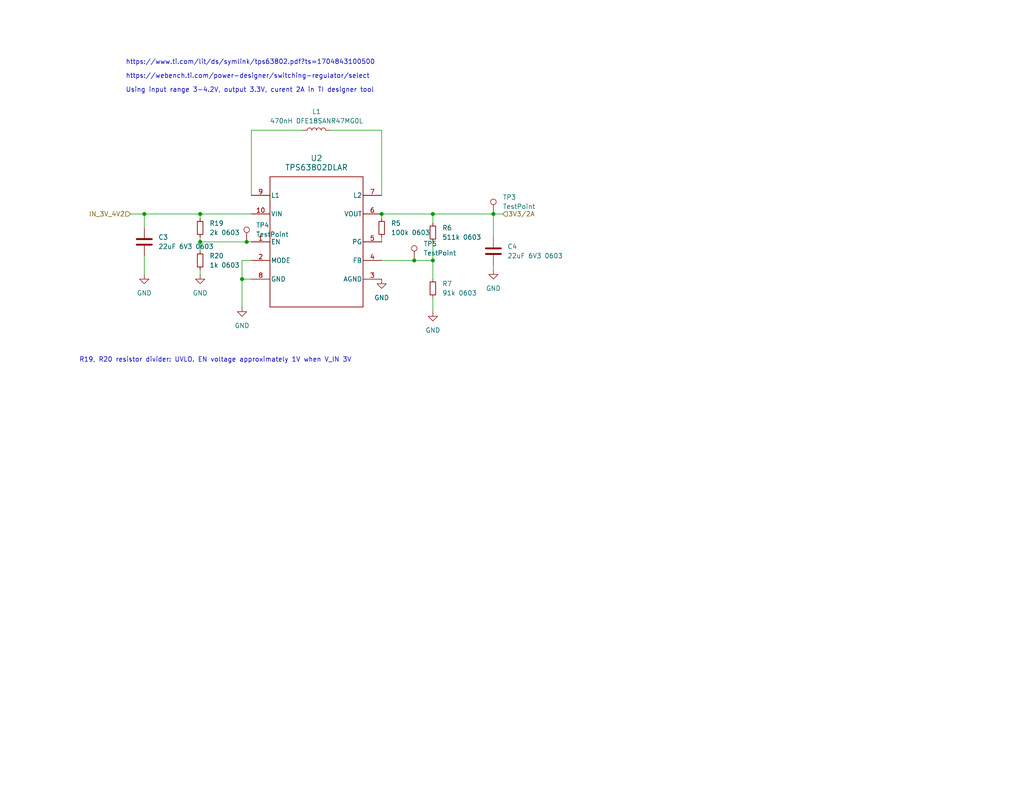
<source format=kicad_sch>
(kicad_sch (version 20230121) (generator eeschema)
  (paper "USLetter")
  (title_block (title "Buck-Boost Converter") (date "2024-01-12") (comment 1 "Jacqueline Wang"))
  (lib_symbols
    (symbol "Connector:TestPoint" (pin_numbers hide) (pin_names (offset 0.762) hide)
      (property "Reference" "TP" (at 0 6.858 0))
      (property "Value" "TestPoint" (at 0 5.08 0))
      (symbol "TestPoint_0_1"
        (circle (center 0 3.302) (radius 0.762))
      )
      (symbol "TestPoint_1_1"
        (pin passive line (at 0 0 90) (length 2.54) (name "1") (number "1"))
      )
    )
    (symbol "Device:C" (pin_numbers hide) (pin_names (offset 0.254))
      (property "Reference" "C" (at 0.635 2.54 0))
      (property "Value" "C" (at 0.635 -2.54 0))
      (symbol "C_0_1"
        (polyline (pts (xy -2.032 -0.762) (xy 2.032 -0.762)) (stroke (width 0.508)))
        (polyline (pts (xy -2.032 0.762) (xy 2.032 0.762)) (stroke (width 0.508)))
      )
      (symbol "C_1_1"
        (pin passive line (at 0 3.81 270) (length 2.794) (name "~") (number "1"))
        (pin passive line (at 0 -3.81 90) (length 2.794) (name "~") (number "2"))
      )
    )
    (symbol "Device:L" (pin_numbers hide) (pin_names (offset 1.016) hide)
      (property "Reference" "L" (at -1.27 0 90))
      (property "Value" "L" (at 1.905 0 90))
      (symbol "L_0_1"
        (arc (start 0 -2.54) (mid 0.6323 -1.905) (end 0 -1.27))
        (arc (start 0 -1.27) (mid 0.6323 -0.635) (end 0 0))
        (arc (start 0 0) (mid 0.6323 0.635) (end 0 1.27))
        (arc (start 0 1.27) (mid 0.6323 1.905) (end 0 2.54))
      )
      (symbol "L_1_1"
        (pin passive line (at 0 3.81 270) (length 1.27) (name "1") (number "1"))
        (pin passive line (at 0 -3.81 90) (length 1.27) (name "2") (number "2"))
      )
    )
    (symbol "Device:R_Small" (pin_numbers hide) (pin_names (offset 0.254) hide)
      (property "Reference" "R" (at 0.762 0.508 0))
      (property "Value" "R_Small" (at 0.762 -1.016 0))
      (symbol "R_Small_0_1"
        (rectangle (start -0.762 1.778) (end 0.762 -1.778) (stroke (width 0.2032)))
      )
      (symbol "R_Small_1_1"
        (pin passive line (at 0 2.54 270) (length 0.762) (name "~") (number "1"))
        (pin passive line (at 0 -2.54 90) (length 0.762) (name "~") (number "2"))
      )
    )
    (symbol "Symbol Library:TPS63802DLAR" (pin_names (offset 0.254))
      (property "Reference" "U" (at 0 2.54 0))
      (property "Value" "TPS63802DLAR" (at 0 0 0))
      (symbol "TPS63802DLAR_0_1"
        (polyline (pts (xy -12.7 -17.78) (xy 12.7 -17.78)) (stroke (width 0.2032)))
        (polyline (pts (xy -12.7 17.78) (xy -12.7 -17.78)) (stroke (width 0.2032)))
        (polyline (pts (xy 12.7 -17.78) (xy 12.7 17.78)) (stroke (width 0.2032)))
        (polyline (pts (xy 12.7 17.78) (xy -12.7 17.78)) (stroke (width 0.2032)))
        (pin input line (at -17.78 0 0) (length 5.08) (name "EN") (number "1"))
        (pin power_in line (at -17.78 7.62 0) (length 5.08) (name "VIN") (number "10"))
        (pin input line (at -17.78 -5.08 0) (length 5.08) (name "MODE") (number "2"))
        (pin power_in line (at 17.78 -10.16 180) (length 5.08) (name "AGND") (number "3"))
        (pin input line (at 17.78 -5.08 180) (length 5.08) (name "FB") (number "4"))
        (pin open_collector line (at 17.78 0 180) (length 5.08) (name "PG") (number "5"))
        (pin power_in line (at 17.78 7.62 180) (length 5.08) (name "VOUT") (number "6"))
        (pin unspecified line (at 17.78 12.7 180) (length 5.08) (name "L2") (number "7"))
        (pin power_in line (at -17.78 -10.16 0) (length 5.08) (name "GND") (number "8"))
        (pin unspecified line (at -17.78 12.7 0) (length 5.08) (name "L1") (number "9"))
      )
    )
    (symbol "power:GND" (power) (pin_names (offset 0))
      (property "Value" "GND" (at 0 -3.81 0))
      (symbol "GND_0_1"
        (polyline (pts (xy 0 0) (xy 0 -1.27) (xy 1.27 -1.27) (xy 0 -2.54) (xy -1.27 -1.27) (xy 0 -1.27)))
      )
      (symbol "GND_1_1"
        (pin power_in line (at 0 0 270) (length 0) hide (name "GND") (number "1"))
      )
    )
  )
  (junction (at 54.61 58.42))
  (junction (at 54.61 66.04))
  (junction (at 113.03 71.12))
  (junction (at 66.04 76.2))
  (junction (at 118.11 71.12))
  (junction (at 104.14 58.42))
  (junction (at 134.62 58.42))
  (junction (at 118.11 58.42))
  (junction (at 39.37 58.42))
  (junction (at 67.31 66.04))
  (wire (pts (xy 134.62 58.42) (xy 118.11 58.42)))
  (wire (pts (xy 54.61 66.04) (xy 54.61 68.58)))
  (wire (pts (xy 39.37 74.93) (xy 39.37 69.85)))
  (wire (pts (xy 118.11 85.09) (xy 118.11 81.28)))
  (wire (pts (xy 118.11 58.42) (xy 118.11 60.96)))
  (wire (pts (xy 39.37 58.42) (xy 39.37 62.23)))
  (wire (pts (xy 68.58 35.56) (xy 68.58 53.34)))
  (wire (pts (xy 39.37 58.42) (xy 54.61 58.42)))
  (wire (pts (xy 67.31 66.04) (xy 68.58 66.04)))
  (wire (pts (xy 104.14 64.77) (xy 104.14 66.04)))
  (wire (pts (xy 137.16 58.42) (xy 134.62 58.42)))
  (wire (pts (xy 118.11 58.42) (xy 104.14 58.42)))
  (wire (pts (xy 54.61 66.04) (xy 67.31 66.04)))
  (wire (pts (xy 54.61 59.69) (xy 54.61 58.42)))
  (wire (pts (xy 54.61 74.93) (xy 54.61 73.66)))
  (wire (pts (xy 134.62 73.66) (xy 134.62 72.39)))
  (wire (pts (xy 118.11 66.04) (xy 118.11 71.12)))
  (wire (pts (xy 134.62 58.42) (xy 134.62 64.77)))
  (wire (pts (xy 66.04 71.12) (xy 66.04 76.2)))
  (wire (pts (xy 66.04 76.2) (xy 68.58 76.2)))
  (wire (pts (xy 54.61 58.42) (xy 68.58 58.42)))
  (wire (pts (xy 54.61 64.77) (xy 54.61 66.04)))
  (wire (pts (xy 35.56 58.42) (xy 39.37 58.42)))
  (wire (pts (xy 82.55 35.56) (xy 68.58 35.56)))
  (wire (pts (xy 118.11 71.12) (xy 113.03 71.12)))
  (wire (pts (xy 66.04 83.82) (xy 66.04 76.2)))
  (wire (pts (xy 113.03 71.12) (xy 104.14 71.12)))
  (wire (pts (xy 104.14 35.56) (xy 104.14 53.34)))
  (wire (pts (xy 118.11 71.12) (xy 118.11 76.2)))
  (wire (pts (xy 90.17 35.56) (xy 104.14 35.56)))
  (wire (pts (xy 68.58 71.12) (xy 66.04 71.12)))
  (wire (pts (xy 104.14 59.69) (xy 104.14 58.42)))
  (text "https://webench.ti.com/power-designer/switching-regulator/select" (at 34.29 21.59 0) (effects (font (size 1.27 1.27)) (justify left bottom)))
  (text "https://www.ti.com/lit/ds/symlink/tps63802.pdf?ts=1704843100500" (at 34.29 17.78 0) (effects (font (size 1.27 1.27)) (justify left bottom)))
  (text "R19, R20 resistor divider: UVLO. EN voltage approximately 1V when V_IN 3V" (at 21.59 99.06 0) (effects (font (size 1.27 1.27)) (justify left bottom)))
  (text "Using input range 3-4.2V, output 3.3V, curent 2A in TI designer tool" (at 34.29 25.4 0) (effects (font (size 1.27 1.27)) (justify left bottom)))
  (hierarchical_label "IN_3V_4V2" (shape input) (at 35.56 58.42 180))
  (hierarchical_label "3V3{slash}2A" (shape input) (at 137.16 58.42 0))
  (symbol (lib_id "power:GND") (at 118.11 85.09 0) (unit 1)
    (property "Reference" "#PWR012" (effects hide))
    (property "Value" "GND" (at 118.11 90.17 0))
  )
  (symbol (lib_id "Symbol Library:TPS63802DLAR") (at 86.36 66.04 0) (unit 1)
    (property "Reference" "U2" (at 86.36 43.18 0) (effects (font (size 1.524 1.524))))
    (property "Value" "TPS63802DLAR" (at 86.36 45.72 0) (effects (font (size 1.524 1.524))))
    (property "Footprint" "Project Library:TPS63802" (effects hide))
    (property "Datasheet" "https://www.ti.com/lit/ds/symlink/tps63802.pdf?ts=1704843100500" (effects hide))
    (property "Digikey PN" "296-TPS63802DLARCT-ND" (effects hide))
    (property "MPN" "TPS63802DLAR" (effects hide))
  )
  (symbol (lib_id "power:GND") (at 39.37 74.93 0) (unit 1)
    (property "Reference" "#PWR011" (effects hide))
    (property "Value" "GND" (at 39.37 80.01 0))
  )
  (symbol (lib_id "Device:C") (at 134.62 68.58 0) (unit 1)
    (property "Reference" "C4" (at 138.43 67.31 0) (effects (justify left)))
    (property "Value" "22uF 6V3 0603" (at 138.43 69.85 0) (effects (justify left)))
    (property "Footprint" "Capacitor_SMD:C_0603_1608Metric_Pad1.08x0.95mm_HandSolder" (effects hide))
    (property "Datasheet" "https://search.murata.co.jp/Ceramy/image/img/A01X/G101/ENG/GRM188R60J226MEA0-01.pdf" (effects hide))
    (property "Digikey PN" "490-7612-2-ND" (effects hide))
    (property "MPN" "GRM188R60J226MEA0" (effects hide))
  )
  (symbol (lib_id "Device:R_Small") (at 104.14 62.23 0) (unit 1)
    (property "Reference" "R5" (at 106.68 60.96 0) (effects (justify left)))
    (property "Value" "100k 0603" (at 106.68 63.5 0) (effects (justify left)))
    (property "Footprint" "Resistor_SMD:R_0603_1608Metric_Pad0.98x0.95mm_HandSolder" (effects hide))
    (property "Datasheet" "https://www.vishay.com/docs/20035/dcrcwe3.pdf" (effects hide))
    (property "Digikey PN" "541-100KHCT-ND" (effects hide))
    (property "MPN" "CRCW0603100KFKEA" (effects hide))
  )
  (symbol (lib_id "Device:R_Small") (at 54.61 71.12 0) (unit 1)
    (property "Reference" "R20" (at 57.15 69.85 0) (effects (justify left)))
    (property "Value" "1k 0603" (at 57.15 72.39 0) (effects (justify left)))
    (property "Footprint" "Resistor_SMD:R_0603_1608Metric_Pad0.98x0.95mm_HandSolder" (effects hide))
    (property "Datasheet" "https://www.vishay.com/docs/20035/dcrcwe3.pdf" (effects hide))
    (property "Digikey PN" "541-1.00KHCT-ND" (effects hide))
    (property "MPN" "CRCW06031K00FKEA" (effects hide))
  )
  (symbol (lib_id "power:GND") (at 66.04 83.82 0) (unit 1)
    (property "Reference" "#PWR010" (effects hide))
    (property "Value" "GND" (at 66.04 88.9 0))
  )
  (symbol (lib_id "Device:C") (at 39.37 66.04 0) (unit 1)
    (property "Reference" "C3" (at 43.18 64.77 0) (effects (justify left)))
    (property "Value" "22uF 6V3 0603" (at 43.18 67.31 0) (effects (justify left)))
    (property "Footprint" "Capacitor_SMD:C_0603_1608Metric_Pad1.08x0.95mm_HandSolder" (effects hide))
    (property "Datasheet" "https://search.murata.co.jp/Ceramy/image/img/A01X/G101/ENG/GRM188R60J226MEA0-01.pdf" (effects hide))
    (property "Digikey PN" "490-7612-2-ND" (effects hide))
    (property "MPN" "GRM188R60J226MEA0" (effects hide))
  )
  (symbol (lib_id "Connector:TestPoint") (at 67.31 66.04 0) (unit 1)
    (property "Reference" "TP4" (at 69.85 61.468 0) (effects (justify left)))
    (property "Value" "TestPoint" (at 69.85 64.008 0) (effects (justify left)))
    (property "Footprint" "TestPoint:TestPoint_Keystone_5015_Micro-Minature" (effects hide))
    (property "Datasheet" "https://www.koaspeer.com/pdfs/RC.pdf" (effects hide))
    (property "Digikey PN" "2019-RCWCTECT-ND" (effects hide))
    (property "MPN" "RCWCTE" (effects hide))
  )
  (symbol (lib_id "Connector:TestPoint") (at 134.62 58.42 0) (unit 1)
    (property "Reference" "TP3" (at 137.16 53.848 0) (effects (justify left)))
    (property "Value" "TestPoint" (at 137.16 56.388 0) (effects (justify left)))
    (property "Footprint" "TestPoint:TestPoint_Keystone_5015_Micro-Minature" (effects hide))
    (property "Datasheet" "https://www.koaspeer.com/pdfs/RC.pdf" (effects hide))
    (property "Digikey PN" "2019-RCWCTECT-ND" (effects hide))
    (property "MPN" "RCWCTE" (effects hide))
  )
  (symbol (lib_id "Device:R_Small") (at 118.11 78.74 0) (unit 1)
    (property "Reference" "R7" (at 120.65 77.47 0) (effects (justify left)))
    (property "Value" "91k 0603" (at 120.65 80.01 0) (effects (justify left)))
    (property "Footprint" "Resistor_SMD:R_0603_1608Metric_Pad0.98x0.95mm_HandSolder" (effects hide))
    (property "Datasheet" "https://www.vishay.com/docs/28773/crcwce3.pdf" (effects hide))
    (property "Digikey PN" "541-5595-1-ND" (effects hide))
    (property "MPN" "CRCW060391K0FKEAC" (effects hide))
  )
  (symbol (lib_id "Device:L") (at 86.36 35.56 90) (unit 1)
    (property "Reference" "L1" (at 86.36 30.48 90))
    (property "Value" "470nH DFE18SANR47MG0L" (at 86.36 33.02 90))
    (property "Footprint" "Inductor_SMD:L_0603_1608Metric_Pad1.05x0.95mm_HandSolder" (effects hide))
    (property "Datasheet" "https://search.murata.co.jp/Ceramy/image/img/P02/JETE243A-0036.pdf" (effects hide))
    (property "Digikey PN" "490-16581-1-ND" (effects hide))
    (property "MPN" "DFE18SANR47MG0L" (effects hide))
  )
  (symbol (lib_id "power:GND") (at 134.62 73.66 0) (unit 1)
    (property "Reference" "#PWR014" (effects hide))
    (property "Value" "GND" (at 134.62 78.74 0))
  )
  (symbol (lib_id "Device:R_Small") (at 54.61 62.23 0) (unit 1)
    (property "Reference" "R19" (at 57.15 60.96 0) (effects (justify left)))
    (property "Value" "2k 0603" (at 57.15 63.5 0) (effects (justify left)))
    (property "Footprint" "Resistor_SMD:R_0603_1608Metric_Pad0.98x0.95mm_HandSolder" (effects hide))
    (property "Datasheet" "https://www.vishay.com/docs/20035/dcrcwe3.pdf" (effects hide))
    (property "Digikey PN" "541-CRCW06032K00FKEBCT-ND" (effects hide))
    (property "MPN" "CRCW06032K00FKEB" (effects hide))
  )
  (symbol (lib_id "Connector:TestPoint") (at 113.03 71.12 0) (unit 1)
    (property "Reference" "TP5" (at 115.57 66.548 0) (effects (justify left)))
    (property "Value" "TestPoint" (at 115.57 69.088 0) (effects (justify left)))
    (property "Footprint" "TestPoint:TestPoint_Keystone_5015_Micro-Minature" (effects hide))
    (property "Datasheet" "https://www.koaspeer.com/pdfs/RC.pdf" (effects hide))
    (property "Digikey PN" "2019-RCWCTECT-ND" (effects hide))
    (property "MPN" "RCWCTE" (effects hide))
  )
  (symbol (lib_id "power:GND") (at 104.14 76.2 0) (unit 1)
    (property "Reference" "#PWR013" (effects hide))
    (property "Value" "GND" (at 104.14 81.28 0))
  )
  (symbol (lib_id "Device:R_Small") (at 118.11 63.5 0) (unit 1)
    (property "Reference" "R6" (at 120.65 62.23 0) (effects (justify left)))
    (property "Value" "511k 0603" (at 120.65 64.77 0) (effects (justify left)))
    (property "Footprint" "Resistor_SMD:R_0603_1608Metric_Pad0.98x0.95mm_HandSolder" (effects hide))
    (property "Datasheet" "https://www.vishay.com/docs/20035/dcrcwe3.pdf" (effects hide))
    (property "Digikey PN" "541-511KHCT-ND" (effects hide))
    (property "MPN" "CRCW0603511KFKEA" (effects hide))
  )
  (symbol (lib_id "power:GND") (at 54.61 74.93 0) (unit 1)
    (property "Reference" "#PWR08" (effects hide))
    (property "Value" "GND" (at 54.61 80.01 0))
  )
)
</source>
